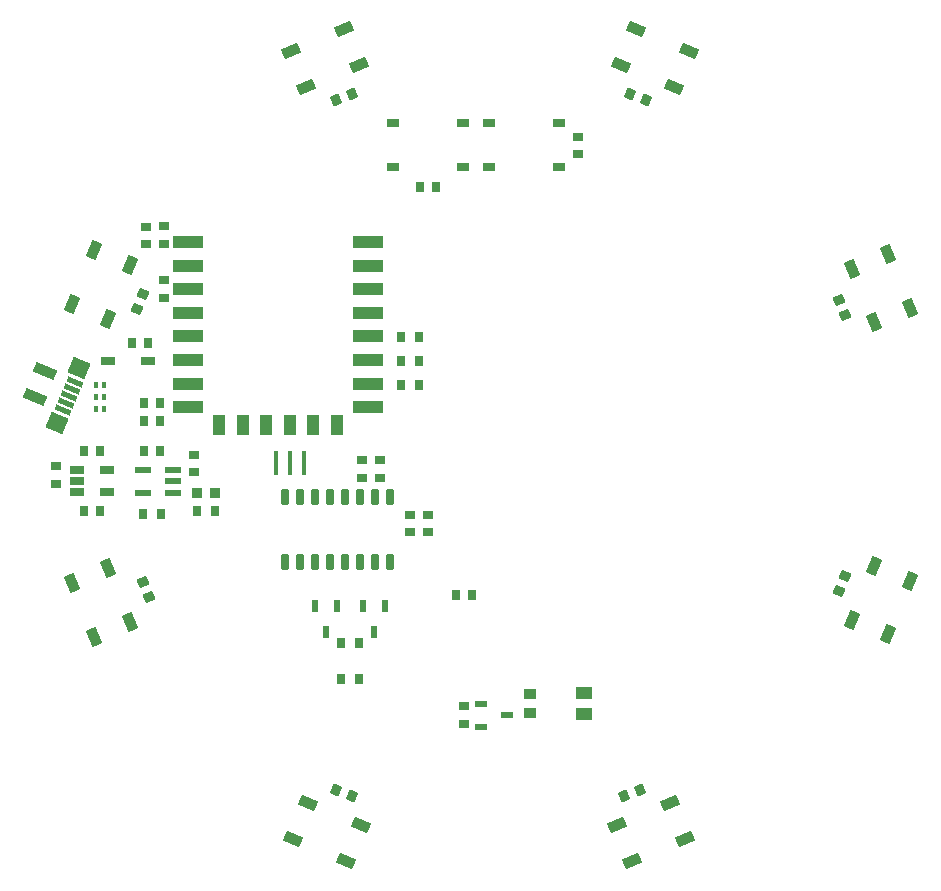
<source format=gtp>
G04*
G04 #@! TF.GenerationSoftware,Altium Limited,Altium Designer,21.4.1 (30)*
G04*
G04 Layer_Color=8421504*
%FSLAX44Y44*%
%MOMM*%
G71*
G04*
G04 #@! TF.SameCoordinates,F062A0B2-1153-48B6-B7C1-D9BF76563F52*
G04*
G04*
G04 #@! TF.FilePolarity,Positive*
G04*
G01*
G75*
%ADD16R,0.9000X0.8000*%
%ADD17R,2.5000X1.0000*%
%ADD18R,1.0000X1.8000*%
%ADD19R,0.9000X0.7000*%
G04:AMPARAMS|DCode=20|XSize=0.9mm|YSize=0.8mm|CornerRadius=0mm|HoleSize=0mm|Usage=FLASHONLY|Rotation=112.500|XOffset=0mm|YOffset=0mm|HoleType=Round|Shape=Rectangle|*
%AMROTATEDRECTD20*
4,1,4,0.5418,-0.2627,-0.1974,-0.5688,-0.5418,0.2627,0.1974,0.5688,0.5418,-0.2627,0.0*
%
%ADD20ROTATEDRECTD20*%

G04:AMPARAMS|DCode=21|XSize=0.9mm|YSize=0.8mm|CornerRadius=0mm|HoleSize=0mm|Usage=FLASHONLY|Rotation=157.500|XOffset=0mm|YOffset=0mm|HoleType=Round|Shape=Rectangle|*
%AMROTATEDRECTD21*
4,1,4,0.5688,0.1974,0.2627,-0.5418,-0.5688,-0.1974,-0.2627,0.5418,0.5688,0.1974,0.0*
%
%ADD21ROTATEDRECTD21*%

G04:AMPARAMS|DCode=22|XSize=0.9mm|YSize=0.8mm|CornerRadius=0mm|HoleSize=0mm|Usage=FLASHONLY|Rotation=202.500|XOffset=0mm|YOffset=0mm|HoleType=Round|Shape=Rectangle|*
%AMROTATEDRECTD22*
4,1,4,0.2627,0.5418,0.5688,-0.1974,-0.2627,-0.5418,-0.5688,0.1974,0.2627,0.5418,0.0*
%
%ADD22ROTATEDRECTD22*%

G04:AMPARAMS|DCode=23|XSize=0.9mm|YSize=0.8mm|CornerRadius=0mm|HoleSize=0mm|Usage=FLASHONLY|Rotation=247.500|XOffset=0mm|YOffset=0mm|HoleType=Round|Shape=Rectangle|*
%AMROTATEDRECTD23*
4,1,4,-0.1974,0.5688,0.5418,0.2627,0.1974,-0.5688,-0.5418,-0.2627,-0.1974,0.5688,0.0*
%
%ADD23ROTATEDRECTD23*%

G04:AMPARAMS|DCode=24|XSize=1.5mm|YSize=0.9mm|CornerRadius=0mm|HoleSize=0mm|Usage=FLASHONLY|Rotation=202.500|XOffset=0mm|YOffset=0mm|HoleType=Round|Shape=Rectangle|*
%AMROTATEDRECTD24*
4,1,4,0.5207,0.7028,0.8651,-0.1287,-0.5207,-0.7028,-0.8651,0.1287,0.5207,0.7028,0.0*
%
%ADD24ROTATEDRECTD24*%

G04:AMPARAMS|DCode=25|XSize=1.5mm|YSize=0.9mm|CornerRadius=0mm|HoleSize=0mm|Usage=FLASHONLY|Rotation=247.500|XOffset=0mm|YOffset=0mm|HoleType=Round|Shape=Rectangle|*
%AMROTATEDRECTD25*
4,1,4,-0.1287,0.8651,0.7028,0.5207,0.1287,-0.8651,-0.7028,-0.5207,-0.1287,0.8651,0.0*
%
%ADD25ROTATEDRECTD25*%

G04:AMPARAMS|DCode=26|XSize=1.5mm|YSize=0.9mm|CornerRadius=0mm|HoleSize=0mm|Usage=FLASHONLY|Rotation=292.500|XOffset=0mm|YOffset=0mm|HoleType=Round|Shape=Rectangle|*
%AMROTATEDRECTD26*
4,1,4,-0.7028,0.5207,0.1287,0.8651,0.7028,-0.5207,-0.1287,-0.8651,-0.7028,0.5207,0.0*
%
%ADD26ROTATEDRECTD26*%

G04:AMPARAMS|DCode=27|XSize=1.5mm|YSize=0.9mm|CornerRadius=0mm|HoleSize=0mm|Usage=FLASHONLY|Rotation=337.500|XOffset=0mm|YOffset=0mm|HoleType=Round|Shape=Rectangle|*
%AMROTATEDRECTD27*
4,1,4,-0.8651,-0.1287,-0.5207,0.7028,0.8651,0.1287,0.5207,-0.7028,-0.8651,-0.1287,0.0*
%
%ADD27ROTATEDRECTD27*%

%ADD28R,0.8000X0.9000*%
G04:AMPARAMS|DCode=29|XSize=1.9mm|YSize=0.875mm|CornerRadius=0mm|HoleSize=0mm|Usage=FLASHONLY|Rotation=157.500|XOffset=0mm|YOffset=0mm|HoleType=Round|Shape=Rectangle|*
%AMROTATEDRECTD29*
4,1,4,1.0451,0.0406,0.7103,-0.7678,-1.0451,-0.0406,-0.7103,0.7678,1.0451,0.0406,0.0*
%
%ADD29ROTATEDRECTD29*%

G04:AMPARAMS|DCode=30|XSize=1.55mm|YSize=1.425mm|CornerRadius=0mm|HoleSize=0mm|Usage=FLASHONLY|Rotation=157.500|XOffset=0mm|YOffset=0mm|HoleType=Round|Shape=Rectangle|*
%AMROTATEDRECTD30*
4,1,4,0.9887,0.3617,0.4433,-0.9548,-0.9887,-0.3617,-0.4433,0.9548,0.9887,0.3617,0.0*
%
%ADD30ROTATEDRECTD30*%

G04:AMPARAMS|DCode=31|XSize=1.38mm|YSize=0.45mm|CornerRadius=0mm|HoleSize=0mm|Usage=FLASHONLY|Rotation=157.500|XOffset=0mm|YOffset=0mm|HoleType=Round|Shape=Rectangle|*
%AMROTATEDRECTD31*
4,1,4,0.7236,-0.0562,0.5514,-0.4719,-0.7236,0.0562,-0.5514,0.4719,0.7236,-0.0562,0.0*
%
%ADD31ROTATEDRECTD31*%

%ADD32R,1.2000X0.7500*%
%ADD33R,0.3500X0.6000*%
%ADD34R,1.4500X1.1000*%
%ADD35R,1.0000X0.9000*%
%ADD36R,1.2500X0.6500*%
%ADD37R,1.4000X0.6000*%
%ADD38R,0.9000X0.9500*%
%ADD39R,0.6000X1.0500*%
%ADD40R,1.0500X0.6000*%
%ADD41R,1.0000X0.7000*%
G04:AMPARAMS|DCode=42|XSize=1.31mm|YSize=0.62mm|CornerRadius=0.0775mm|HoleSize=0mm|Usage=FLASHONLY|Rotation=270.000|XOffset=0mm|YOffset=0mm|HoleType=Round|Shape=RoundedRectangle|*
%AMROUNDEDRECTD42*
21,1,1.3100,0.4650,0,0,270.0*
21,1,1.1550,0.6200,0,0,270.0*
1,1,0.1550,-0.2325,-0.5775*
1,1,0.1550,-0.2325,0.5775*
1,1,0.1550,0.2325,0.5775*
1,1,0.1550,0.2325,-0.5775*
%
%ADD42ROUNDEDRECTD42*%
%ADD43R,0.4000X2.0000*%
%ADD44R,0.7000X0.9000*%
D16*
X1107440Y1017920D02*
D03*
Y1003920D02*
D03*
X782320Y748680D02*
D03*
Y734680D02*
D03*
X741680Y927720D02*
D03*
Y941720D02*
D03*
X965200Y683880D02*
D03*
Y697880D02*
D03*
X980440Y683880D02*
D03*
Y697880D02*
D03*
D17*
X777440Y929080D02*
D03*
Y909080D02*
D03*
Y889080D02*
D03*
Y869080D02*
D03*
Y849080D02*
D03*
Y829080D02*
D03*
Y809080D02*
D03*
Y789080D02*
D03*
X929440D02*
D03*
Y809080D02*
D03*
Y829080D02*
D03*
Y849080D02*
D03*
Y869080D02*
D03*
Y889080D02*
D03*
Y909080D02*
D03*
Y929080D02*
D03*
D18*
X803440Y774080D02*
D03*
X823440D02*
D03*
X843440D02*
D03*
X863440D02*
D03*
X883440D02*
D03*
X903440D02*
D03*
D19*
X756920Y942220D02*
D03*
Y927220D02*
D03*
Y896500D02*
D03*
Y881500D02*
D03*
X1010920Y520820D02*
D03*
Y535820D02*
D03*
X665480Y739020D02*
D03*
Y724020D02*
D03*
X924560Y729100D02*
D03*
Y744100D02*
D03*
X939800Y729100D02*
D03*
Y744100D02*
D03*
D20*
X915787Y1054239D02*
D03*
X1146693Y459601D02*
D03*
X902853Y1048881D02*
D03*
X1159627Y464959D02*
D03*
D21*
X739279Y885307D02*
D03*
X1328281Y633613D02*
D03*
X733921Y872373D02*
D03*
X1333639Y646547D02*
D03*
D22*
X739001Y641467D02*
D03*
X1333639Y867293D02*
D03*
X744359Y628533D02*
D03*
X1328281Y880227D02*
D03*
D23*
X902853Y464959D02*
D03*
X1164707Y1048881D02*
D03*
X1151773Y1054239D02*
D03*
X915787Y459601D02*
D03*
D24*
X922104Y1078764D02*
D03*
X1140376Y435076D02*
D03*
X909475Y1109252D02*
D03*
X864205Y1090501D02*
D03*
X876834Y1060013D02*
D03*
X1153005Y404588D02*
D03*
X1198275Y423339D02*
D03*
X1185646Y453827D02*
D03*
D25*
X728252Y909475D02*
D03*
X1339308Y609445D02*
D03*
X697764Y922104D02*
D03*
X679013Y876834D02*
D03*
X709501Y864205D02*
D03*
X1369796Y596816D02*
D03*
X1388547Y642086D02*
D03*
X1358059Y654715D02*
D03*
D26*
X709396Y652864D02*
D03*
X1358164Y860976D02*
D03*
X678908Y640236D02*
D03*
X697659Y594966D02*
D03*
X728147Y607594D02*
D03*
X1388652Y873605D02*
D03*
X1369901Y918875D02*
D03*
X1339413Y906246D02*
D03*
D27*
X878684Y453932D02*
D03*
X1188876Y1059908D02*
D03*
X1201504Y1090396D02*
D03*
X1156234Y1109147D02*
D03*
X1143605Y1078659D02*
D03*
X866056Y423444D02*
D03*
X911326Y404693D02*
D03*
X923954Y435181D02*
D03*
D28*
X729600Y843280D02*
D03*
X743600D02*
D03*
X739760Y751840D02*
D03*
X753760D02*
D03*
X702960Y751840D02*
D03*
X688960D02*
D03*
X688960Y701040D02*
D03*
X702960D02*
D03*
X1003920Y629920D02*
D03*
X1017920D02*
D03*
X753760Y777240D02*
D03*
X739760D02*
D03*
X753760Y792480D02*
D03*
X739760D02*
D03*
X973440Y975360D02*
D03*
X987440D02*
D03*
D29*
X656633Y820035D02*
D03*
X647540Y798084D02*
D03*
D30*
X685394Y822182D02*
D03*
X666359Y776228D02*
D03*
D31*
X681637Y810891D02*
D03*
X679149Y804885D02*
D03*
X676662Y798880D02*
D03*
X674174Y792875D02*
D03*
X671687Y786870D02*
D03*
D32*
X743440Y828040D02*
D03*
X709440D02*
D03*
D33*
X706120Y797560D02*
D03*
X699620D02*
D03*
X706120Y787400D02*
D03*
X699620D02*
D03*
X706120Y807720D02*
D03*
X699620D02*
D03*
D34*
X1112520Y547480D02*
D03*
Y529480D02*
D03*
D35*
X1066800Y546480D02*
D03*
Y530480D02*
D03*
D36*
X683460Y735840D02*
D03*
Y726440D02*
D03*
Y717040D02*
D03*
X708460D02*
D03*
Y735840D02*
D03*
D37*
X764340Y716940D02*
D03*
Y726440D02*
D03*
Y735940D02*
D03*
X739340D02*
D03*
Y716940D02*
D03*
D38*
X784980Y716280D02*
D03*
X799980D02*
D03*
D39*
X903580Y620600D02*
D03*
X884580D02*
D03*
X894080Y598600D02*
D03*
X944220Y620600D02*
D03*
X925220D02*
D03*
X934720Y598600D02*
D03*
D40*
X1025320Y537820D02*
D03*
Y518820D02*
D03*
X1047320Y528320D02*
D03*
D41*
X950440Y1029420D02*
D03*
X1010440D02*
D03*
X950440Y992420D02*
D03*
X1010440D02*
D03*
X1031720Y1029420D02*
D03*
X1091720D02*
D03*
X1031720Y992420D02*
D03*
X1091720D02*
D03*
D42*
X935990Y713300D02*
D03*
X910590Y658300D02*
D03*
X948690Y713300D02*
D03*
X923290D02*
D03*
X910590D02*
D03*
X923290Y658300D02*
D03*
X897890D02*
D03*
X885190D02*
D03*
Y713300D02*
D03*
X859790Y658300D02*
D03*
X897890Y713300D02*
D03*
X872490D02*
D03*
Y658300D02*
D03*
X859790Y713300D02*
D03*
X935990Y658300D02*
D03*
X948690D02*
D03*
D43*
X875600Y741680D02*
D03*
X863600D02*
D03*
X851600D02*
D03*
D44*
X784980Y701040D02*
D03*
X799980D02*
D03*
X754260Y698490D02*
D03*
X739260D02*
D03*
X972700Y848360D02*
D03*
X957700D02*
D03*
X972700Y828040D02*
D03*
X957700D02*
D03*
X957700Y807720D02*
D03*
X972700D02*
D03*
X906900Y558800D02*
D03*
X921900D02*
D03*
X921900Y589280D02*
D03*
X906900D02*
D03*
M02*

</source>
